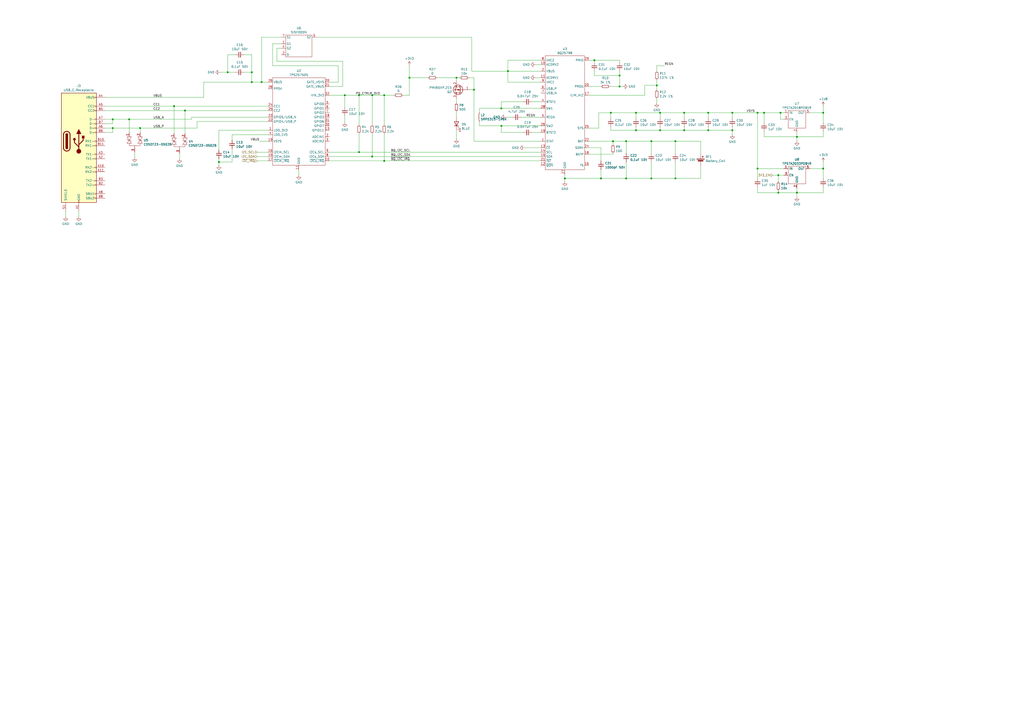
<source format=kicad_sch>
(kicad_sch (version 20230121) (generator eeschema)
  (paper "A2")
  (lib_symbols
    (symbol "Connector:USB_C_Receptacle" (pin_names (offset 1.016))
      (property "Reference" "J" (at -10.16 29.21 0))
      (property "Value" "USB_C_Receptacle" (at 10.16 29.21 0))
      (symbol "USB_C_Receptacle_0_0"
        (rectangle (start -0.254 -35.56) (end 0.254 -34.544))
        (rectangle (start 10.16 -32.766) (end 9.144 -33.274))
        (rectangle (start 10.16 -30.226) (end 9.144 -30.734))
        (rectangle (start 10.16 -25.146) (end 9.144 -25.654))
        (rectangle (start 10.16 -22.606) (end 9.144 -23.114))
        (rectangle (start 10.16 -17.526) (end 9.144 -18.034))
        (rectangle (start 10.16 -14.986) (end 9.144 -15.494))
        (rectangle (start 10.16 -9.906) (end 9.144 -10.414))
        (rectangle (start 10.16 -7.366) (end 9.144 -7.874))
        (rectangle (start 10.16 -2.286) (end 9.144 -2.794))
        (rectangle (start 10.16 0.254) (end 9.144 -0.254))
        (rectangle (start 10.16 5.334) (end 9.144 4.826))
        (rectangle (start 10.16 7.874) (end 9.144 7.366))
        (rectangle (start 10.16 10.414) (end 9.144 9.906))
        (rectangle (start 10.16 12.954) (end 9.144 12.446))
        (rectangle (start 10.16 18.034) (end 9.144 17.526))
        (rectangle (start 10.16 20.574) (end 9.144 20.066))
        (rectangle (start 10.16 25.654) (end 9.144 25.146))
      )
      (symbol "USB_C_Receptacle_0_1"
        (rectangle (start -10.16 27.94) (end 10.16 -35.56) (stroke (width 0.254)) (fill (type background)))
        (arc (start -8.89 -3.81) (mid -6.985 -5.7067) (end -5.08 -3.81) (stroke (width 0.508)))
        (arc (start -7.62 -3.81) (mid -6.985 -4.4423) (end -6.35 -3.81) (stroke (width 0.254)))
        (arc (start -7.62 -3.81) (mid -6.985 -4.4423) (end -6.35 -3.81) (stroke (width 0.254)) (fill (type outline)))
        (rectangle (start -7.62 -3.81) (end -6.35 3.81) (stroke (width 0.254)) (fill (type outline)))
        (arc (start -6.35 3.81) (mid -6.985 4.4423) (end -7.62 3.81) (stroke (width 0.254)))
        (arc (start -6.35 3.81) (mid -6.985 4.4423) (end -7.62 3.81) (stroke (width 0.254)) (fill (type outline)))
        (arc (start -5.08 3.81) (mid -6.985 5.7067) (end -8.89 3.81) (stroke (width 0.508)))
        (polyline (pts (xy -8.89 -3.81) (xy -8.89 3.81)) (stroke (width 0.508)))
        (polyline (pts (xy -5.08 3.81) (xy -5.08 -3.81)) (stroke (width 0.508)))
      )
      (symbol "USB_C_Receptacle_1_1"
        (circle (center -2.54 1.143) (radius 0.635) (stroke (width 0.254)) (fill (type outline)))
        (circle (center 0 -5.842) (radius 1.27) (fill (type outline)))
        (polyline (pts (xy 0 -5.842) (xy 0 4.318)) (stroke (width 0.508)))
        (polyline (pts (xy 0 -3.302) (xy -2.54 -0.762) (xy -2.54 0.508)) (stroke (width 0.508)))
        (polyline (pts (xy 0 -2.032) (xy 2.54 0.508) (xy 2.54 1.778)) (stroke (width 0.508)))
        (polyline (pts (xy -1.27 4.318) (xy 0 6.858) (xy 1.27 4.318) (xy -1.27 4.318)) (stroke (width 0.254)) (fill (type outline)))
        (rectangle (start 1.905 1.778) (end 3.175 3.048) (stroke (width 0.254)) (fill (type outline)))
        (pin passive line (at 0 -40.64 90) (length 5.08) (name "GND") (number "A1"))
        (pin bidirectional line (at 15.24 -15.24 180) (length 5.08) (name "RX2-") (number "A10"))
        (pin bidirectional line (at 15.24 -17.78 180) (length 5.08) (name "RX2+") (number "A11"))
        (pin passive line (at 0 -40.64 90) (length 5.08) hide (name "GND") (number "A12"))
        (pin bidirectional line (at 15.24 -10.16 180) (length 5.08) (name "TX1+") (number "A2"))
        (pin bidirectional line (at 15.24 -7.62 180) (length 5.08) (name "TX1-") (number "A3"))
        (pin passive line (at 15.24 25.4 180) (length 5.08) (name "VBUS") (number "A4"))
        (pin bidirectional line (at 15.24 20.32 180) (length 5.08) (name "CC1") (number "A5"))
        (pin bidirectional line (at 15.24 7.62 180) (length 5.08) (name "D+") (number "A6"))
        (pin bidirectional line (at 15.24 12.7 180) (length 5.08) (name "D-") (number "A7"))
        (pin bidirectional line (at 15.24 -30.48 180) (length 5.08) (name "SBU1") (number "A8"))
        (pin passive line (at 15.24 25.4 180) (length 5.08) hide (name "VBUS") (number "A9"))
        (pin passive line (at 0 -40.64 90) (length 5.08) hide (name "GND") (number "B1"))
        (pin bidirectional line (at 15.24 0 180) (length 5.08) (name "RX1-") (number "B10"))
        (pin bidirectional line (at 15.24 -2.54 180) (length 5.08) (name "RX1+") (number "B11"))
        (pin passive line (at 0 -40.64 90) (length 5.08) hide (name "GND") (number "B12"))
        (pin bidirectional line (at 15.24 -25.4 180) (length 5.08) (name "TX2+") (number "B2"))
        (pin bidirectional line (at 15.24 -22.86 180) (length 5.08) (name "TX2-") (number "B3"))
        (pin passive line (at 15.24 25.4 180) (length 5.08) hide (name "VBUS") (number "B4"))
        (pin bidirectional line (at 15.24 17.78 180) (length 5.08) (name "CC2") (number "B5"))
        (pin bidirectional line (at 15.24 5.08 180) (length 5.08) (name "D+") (number "B6"))
        (pin bidirectional line (at 15.24 10.16 180) (length 5.08) (name "D-") (number "B7"))
        (pin bidirectional line (at 15.24 -33.02 180) (length 5.08) (name "SBU2") (number "B8"))
        (pin passive line (at 15.24 25.4 180) (length 5.08) hide (name "VBUS") (number "B9"))
        (pin passive line (at -7.62 -40.64 90) (length 5.08) (name "SHIELD") (number "S1"))
      )
    )
    (symbol "Custom Parts:SISF00DN"
      (property "Reference" "U" (at -6.35 6.35 0))
      (property "Value" "SISF00DN" (at 2.54 6.35 0))
      (symbol "SISF00DN_0_1"
        (polyline (pts (xy -7.62 5.08) (xy -7.62 -7.62) (xy 7.62 -7.62) (xy 7.62 5.08) (xy -7.62 5.08)))
      )
      (symbol "SISF00DN_1_1"
        (pin input line (at -10.16 0 0) (length 2.54) (name "G1") (number "1"))
        (pin input line (at -10.16 -6.35 0) (length 2.54) (name "D") (number "2"))
        (pin input line (at -10.16 -6.35 0) (length 2.54) hide (name "D") (number "3"))
        (pin input line (at -10.16 -2.54 0) (length 2.54) (name "G2") (number "4"))
        (pin input line (at 10.16 3.81 180) (length 2.54) (name "S2") (number "5"))
        (pin input line (at 10.16 3.81 180) (length 2.54) hide (name "S2") (number "6"))
        (pin input line (at -10.16 3.81 0) (length 2.54) (name "S1") (number "7"))
        (pin input line (at -10.16 3.81 0) (length 2.54) hide (name "S1") (number "8"))
      )
    )
    (symbol "Custom:BQ25798"
      (property "Reference" "U" (at -10.16 34.29 0))
      (property "Value" "BQ25798" (at 6.35 34.29 0))
      (symbol "BQ25798_0_1"
        (polyline (pts (xy -11.43 33.02) (xy -11.43 -33.02) (xy 11.43 -33.02) (xy 11.43 33.02) (xy -11.43 33.02)))
      )
      (symbol "BQ25798_1_1"
        (pin input line (at -13.97 -16.51 0) (length 2.54) (name "STAT") (number "1"))
        (pin input line (at -13.97 27.94 0) (length 2.54) (name "ACDRV2") (number "10"))
        (pin input line (at -13.97 20.32 0) (length 2.54) (name "ACDRV1") (number "11"))
        (pin input line (at -13.97 -30.48 0) (length 2.54) (name "~{QON}") (number "12"))
        (pin input line (at -13.97 -20.32 0) (length 2.54) (name "~{CE}") (number "13"))
        (pin input line (at -13.97 -22.86 0) (length 2.54) (name "SCL") (number "14"))
        (pin input line (at -13.97 -25.4 0) (length 2.54) (name "SDA") (number "15"))
        (pin input line (at 13.97 -30.48 180) (length 2.54) (name "TS") (number "16"))
        (pin input line (at 13.97 10.16 180) (length 2.54) (name "ILIM_HIZ") (number "17"))
        (pin input line (at 13.97 -24.13 180) (length 2.54) (name "BATP") (number "18"))
        (pin input line (at -13.97 -11.43 0) (length 2.54) (name "BTST2") (number "19"))
        (pin input line (at -13.97 24.13 0) (length 2.54) (name "VBUS") (number "2"))
        (pin input line (at 13.97 15.24 180) (length 2.54) (name "PROG") (number "20"))
        (pin input line (at -13.97 -27.94 0) (length 2.54) (name "~{INT}") (number "21"))
        (pin input line (at 13.97 -16.51 180) (length 2.54) (name "BAT") (number "22"))
        (pin input line (at 13.97 -16.51 180) (length 2.54) hide (name "BAT") (number "23"))
        (pin input line (at 13.97 -20.32 180) (length 2.54) (name "SDRV") (number "24"))
        (pin input line (at 13.97 -8.89 180) (length 2.54) (name "SYS") (number "25"))
        (pin input line (at -13.97 -7.62 0) (length 2.54) (name "SW2") (number "26"))
        (pin input line (at 0 -35.56 90) (length 2.54) (name "GND") (number "27"))
        (pin input line (at -13.97 2.54 0) (length 2.54) (name "SW1") (number "28"))
        (pin input line (at 13.97 30.48 180) (length 2.54) (name "PMID") (number "29"))
        (pin input line (at -13.97 24.13 0) (length 2.54) hide (name "VBUS") (number "3"))
        (pin input line (at -13.97 6.35 0) (length 2.54) (name "BTST1") (number "4"))
        (pin input line (at -13.97 -2.54 0) (length 2.54) (name "REGN") (number "5"))
        (pin input line (at -13.97 13.97 0) (length 2.54) (name "USB_P") (number "6"))
        (pin input line (at -13.97 11.43 0) (length 2.54) (name "USB_N") (number "7"))
        (pin input line (at -13.97 30.48 0) (length 2.54) (name "VAC2") (number "8"))
        (pin input line (at -13.97 17.78 0) (length 2.54) (name "VAC1") (number "9"))
      )
    )
    (symbol "Custom:CDSOT23-0502B"
      (property "Reference" "U" (at 0 6.35 0))
      (property "Value" "CDSOT23-0502B" (at 0 -6.985 0))
      (symbol "CDSOT23-0502B_0_1"
        (polyline (pts (xy -1.27 0) (xy 0 0)) (stroke (width 0.1524)))
        (polyline (pts (xy 1.27 -1.905) (xy 5.08 -4.445)) (stroke (width 0.1524)))
        (polyline (pts (xy 1.27 4.445) (xy 5.08 1.905)) (stroke (width 0.1524)))
        (polyline (pts (xy 3.175 -3.175) (xy 3.175 -3.81) (xy 2.54 -4.445)) (stroke (width 0.1524)))
        (polyline (pts (xy 3.175 -3.175) (xy 3.175 -2.54) (xy 3.81 -1.905)) (stroke (width 0.1524)))
        (polyline (pts (xy 3.175 3.175) (xy 3.175 2.54) (xy 2.54 1.905)) (stroke (width 0.1524)))
        (polyline (pts (xy 3.175 3.175) (xy 3.175 3.81) (xy 3.81 4.445)) (stroke (width 0.1524)))
        (polyline (pts (xy 1.27 -1.905) (xy 1.27 -4.445) (xy 5.08 -1.905) (xy 5.08 -4.445)) (stroke (width 0.1524)))
        (polyline (pts (xy 1.27 3.175) (xy 0 3.175) (xy 0 -3.175) (xy 1.27 -3.175)) (stroke (width 0.1524)))
        (polyline (pts (xy 1.27 4.445) (xy 1.27 1.905) (xy 5.08 4.445) (xy 5.08 1.905)) (stroke (width 0.1524)))
      )
      (symbol "CDSOT23-0502B_1_1"
        (pin input line (at 7.62 3.175 180) (length 2.54) (name "") (number "1"))
        (pin input line (at 7.62 -3.175 180) (length 2.54) (name "") (number "2"))
        (pin input line (at -3.81 0 0) (length 2.54) (name "") (number "3"))
      )
    )
    (symbol "Custom:TPS25750S"
      (property "Reference" "U" (at -13.97 26.67 0))
      (property "Value" "TPS25750S" (at 10.16 26.67 0))
      (symbol "TPS25750S_0_1"
        (polyline (pts (xy -15.24 25.4) (xy -15.24 -25.4) (xy 15.24 -25.4) (xy 15.24 25.4) (xy -15.24 25.4)))
      )
      (symbol "TPS25750S_1_1"
        (pin input line (at -17.78 -5.08 0) (length 2.54) (name "LDO_3V3") (number "1"))
        (pin input line (at 17.78 -22.86 180) (length 2.54) (name "~{I2Cs_IRQ}") (number "10"))
        (pin input line (at 0 -27.94 90) (length 2.54) (name "GND") (number "11"))
        (pin input line (at 0 -27.94 90) (length 2.54) hide (name "GND") (number "12"))
        (pin input line (at 17.78 -5.08 180) (length 2.54) (name "GPIO11") (number "13"))
        (pin input line (at 0 -27.94 90) (length 2.54) hide (name "GND") (number "14"))
        (pin input line (at -17.78 -20.32 0) (length 2.54) (name "I2Cm_SDA") (number "15"))
        (pin input line (at -17.78 -17.78 0) (length 2.54) (name "I2Cm_SCL") (number "16"))
        (pin input line (at -17.78 -22.86 0) (length 2.54) (name "~{I2Cm_IRQ}") (number "17"))
        (pin input line (at 17.78 2.54 180) (length 2.54) (name "GPIO3") (number "18"))
        (pin input line (at -17.78 -11.43 0) (length 2.54) (name "VSYS") (number "19"))
        (pin input line (at 17.78 -8.89 180) (length 2.54) (name "ADCIN1") (number "2"))
        (pin input line (at 17.78 22.86 180) (length 2.54) (name "GATE_VSYS") (number "20"))
        (pin input line (at 17.78 20.32 180) (length 2.54) (name "GATE_VBUS") (number "21"))
        (pin input line (at -17.78 0 0) (length 2.54) (name "GPIO4/USB_P") (number "22"))
        (pin input line (at -17.78 2.54 0) (length 2.54) (name "GPIO5/USB_N") (number "23"))
        (pin input line (at -17.78 8.89 0) (length 2.54) (name "CC1") (number "24"))
        (pin input line (at -17.78 6.35 0) (length 2.54) (name "CC2") (number "25"))
        (pin input line (at -17.78 22.86 0) (length 2.54) (name "VBUS") (number "26"))
        (pin input line (at -17.78 22.86 0) (length 2.54) hide (name "VBUS") (number "27"))
        (pin input line (at -17.78 19.05 0) (length 2.54) (name "PP5V") (number "28"))
        (pin input line (at -17.78 19.05 0) (length 2.54) hide (name "PP5V") (number "29"))
        (pin input line (at 17.78 -11.43 180) (length 2.54) (name "ADCIN2") (number "3"))
        (pin input line (at 17.78 -2.54 180) (length 2.54) (name "GPIO7") (number "30"))
        (pin input line (at 17.78 0 180) (length 2.54) (name "GPIO6") (number "31"))
        (pin input line (at 17.78 15.24 180) (length 2.54) (name "VIN_3V3") (number "32"))
        (pin input line (at 0 -27.94 90) (length 2.54) hide (name "GND") (number "33"))
        (pin input line (at -17.78 -7.62 0) (length 2.54) (name "LDO_1V5") (number "4"))
        (pin input line (at 17.78 10.16 180) (length 2.54) (name "GPIO0") (number "5"))
        (pin input line (at 17.78 7.62 180) (length 2.54) (name "GPIO1") (number "6"))
        (pin input line (at 17.78 5.08 180) (length 2.54) (name "GPIO2") (number "7"))
        (pin input line (at 17.78 -20.32 180) (length 2.54) (name "I2Cs_SDA") (number "8"))
        (pin input line (at 17.78 -17.78 180) (length 2.54) (name "I2Cs_SCL") (number "9"))
      )
    )
    (symbol "Custom:TPS7A20"
      (property "Reference" "U" (at 0 8.89 0))
      (property "Value" "TPS7A20" (at 0 6.35 0))
      (symbol "TPS7A20_0_1"
        (polyline (pts (xy -5.08 5.08) (xy -5.08 -5.08) (xy 5.08 -5.08) (xy 5.08 5.08) (xy -5.08 5.08)))
      )
      (symbol "TPS7A20_1_1"
        (pin input line (at -7.62 3.81 0) (length 2.54) (name "IN") (number "1"))
        (pin input line (at 0 -7.62 90) (length 2.54) (name "GND") (number "2"))
        (pin input line (at -7.62 0 0) (length 2.54) (name "EN") (number "3"))
        (pin input line (at -1.27 1.27 0) (length 2.54) hide (name "NC") (number "4"))
        (pin input line (at 7.62 3.81 180) (length 2.54) (name "OUT") (number "5"))
      )
    )
    (symbol "Device:Battery_Cell" (pin_numbers hide) (pin_names (offset 0) hide)
      (property "Reference" "BT" (at 2.54 2.54 0))
      (property "Value" "Battery_Cell" (at 2.54 0 0))
      (symbol "Battery_Cell_0_1"
        (rectangle (start -2.286 1.778) (end 2.286 1.524) (fill (type outline)))
        (rectangle (start -1.524 1.016) (end 1.524 0.508) (fill (type outline)))
        (polyline (pts (xy 0 0.762) (xy 0 0)))
        (polyline (pts (xy 0 1.778) (xy 0 2.54)))
        (polyline (pts (xy 0.762 3.048) (xy 1.778 3.048)) (stroke (width 0.254)))
        (polyline (pts (xy 1.27 3.556) (xy 1.27 2.54)) (stroke (width 0.254)))
      )
      (symbol "Battery_Cell_1_1"
        (pin passive line (at 0 5.08 270) (length 2.54) (name "+") (number "1"))
        (pin passive line (at 0 -2.54 90) (length 2.54) (name "-") (number "2"))
      )
    )
    (symbol "Device:C_Small" (pin_numbers hide) (pin_names (offset 0.254) hide)
      (property "Reference" "C" (at 0.254 1.778 0))
      (property "Value" "C_Small" (at 0.254 -2.032 0))
      (symbol "C_Small_0_1"
        (polyline (pts (xy -1.524 -0.508) (xy 1.524 -0.508)) (stroke (width 0.3302)))
        (polyline (pts (xy -1.524 0.508) (xy 1.524 0.508)) (stroke (width 0.3048)))
      )
      (symbol "C_Small_1_1"
        (pin passive line (at 0 2.54 270) (length 2.032) (name "~") (number "1"))
        (pin passive line (at 0 -2.54 90) (length 2.032) (name "~") (number "2"))
      )
    )
    (symbol "Device:LED" (pin_numbers hide) (pin_names (offset 1.016) hide)
      (property "Reference" "D" (at 0 2.54 0))
      (property "Value" "LED" (at 0 -2.54 0))
      (symbol "LED_0_1"
        (polyline (pts (xy -1.27 -1.27) (xy -1.27 1.27)) (stroke (width 0.254)))
        (polyline (pts (xy -1.27 0) (xy 1.27 0)))
        (polyline (pts (xy 1.27 -1.27) (xy 1.27 1.27) (xy -1.27 0) (xy 1.27 -1.27)) (stroke (width 0.254)))
        (polyline (pts (xy -3.048 -0.762) (xy -4.572 -2.286) (xy -3.81 -2.286) (xy -4.572 -2.286) (xy -4.572 -1.524)))
        (polyline (pts (xy -1.778 -0.762) (xy -3.302 -2.286) (xy -2.54 -2.286) (xy -3.302 -2.286) (xy -3.302 -1.524)))
      )
      (symbol "LED_1_1"
        (pin passive line (at -3.81 0 0) (length 2.54) (name "K") (number "1"))
        (pin passive line (at 3.81 0 180) (length 2.54) (name "A") (number "2"))
      )
    )
    (symbol "Device:L_Small" (pin_numbers hide) (pin_names (offset 0.254) hide)
      (property "Reference" "L" (at 0.762 1.016 0))
      (property "Value" "L_Small" (at 0.762 -1.016 0))
      (symbol "L_Small_0_1"
        (arc (start 0 -2.032) (mid 0.5058 -1.524) (end 0 -1.016))
        (arc (start 0 -1.016) (mid 0.5058 -0.508) (end 0 0))
        (arc (start 0 0) (mid 0.5058 0.508) (end 0 1.016))
        (arc (start 0 1.016) (mid 0.5058 1.524) (end 0 2.032))
      )
      (symbol "L_Small_1_1"
        (pin passive line (at 0 2.54 270) (length 0.508) (name "~") (number "1"))
        (pin passive line (at 0 -2.54 90) (length 0.508) (name "~") (number "2"))
      )
    )
    (symbol "Device:Q_PMOS_GSD" (pin_names (offset 0) hide)
      (property "Reference" "Q" (at 5.08 1.27 0))
      (property "Value" "Q_PMOS_GSD" (at 5.08 -1.27 0))
      (symbol "Q_PMOS_GSD_0_1"
        (polyline (pts (xy 0.254 0) (xy -2.54 0)))
        (polyline (pts (xy 0.254 1.905) (xy 0.254 -1.905)) (stroke (width 0.254)))
        (polyline (pts (xy 0.762 -1.27) (xy 0.762 -2.286)) (stroke (width 0.254)))
        (polyline (pts (xy 0.762 0.508) (xy 0.762 -0.508)) (stroke (width 0.254)))
        (polyline (pts (xy 0.762 2.286) (xy 0.762 1.27)) (stroke (width 0.254)))
        (polyline (pts (xy 2.54 2.54) (xy 2.54 1.778)))
        (polyline (pts (xy 2.54 -2.54) (xy 2.54 0) (xy 0.762 0)))
        (polyline (pts (xy 0.762 1.778) (xy 3.302 1.778) (xy 3.302 -1.778) (xy 0.762 -1.778)))
        (polyline (pts (xy 2.286 0) (xy 1.27 0.381) (xy 1.27 -0.381) (xy 2.286 0)) (fill (type outline)))
        (polyline (pts (xy 2.794 -0.508) (xy 2.921 -0.381) (xy 3.683 -0.381) (xy 3.81 -0.254)))
        (polyline (pts (xy 3.302 -0.381) (xy 2.921 0.254) (xy 3.683 0.254) (xy 3.302 -0.381)))
        (circle (center 1.651 0) (radius 2.794) (stroke (width 0.254)))
        (circle (center 2.54 -1.778) (radius 0.254) (fill (type outline)))
        (circle (center 2.54 1.778) (radius 0.254) (fill (type outline)))
      )
      (symbol "Q_PMOS_GSD_1_1"
        (pin input line (at -5.08 0 0) (length 2.54) (name "G") (number "1"))
        (pin passive line (at 2.54 -5.08 90) (length 2.54) (name "S") (number "2"))
        (pin passive line (at 2.54 5.08 270) (length 2.54) (name "D") (number "3"))
      )
    )
    (symbol "Device:R_Small" (pin_numbers hide) (pin_names (offset 0.254) hide)
      (property "Reference" "R" (at 0.762 0.508 0))
      (property "Value" "R_Small" (at 0.762 -1.016 0))
      (symbol "R_Small_0_1"
        (rectangle (start -0.762 1.778) (end 0.762 -1.778) (stroke (width 0.2032)))
      )
      (symbol "R_Small_1_1"
        (pin passive line (at 0 2.54 270) (length 0.762) (name "~") (number "1"))
        (pin passive line (at 0 -2.54 90) (length 0.762) (name "~") (number "2"))
      )
    )
    (symbol "power:+1V8" (power) (pin_names (offset 0))
      (property "Value" "+1V8" (at 0 3.556 0))
      (symbol "+1V8_0_1"
        (polyline (pts (xy -0.762 1.27) (xy 0 2.54)))
        (polyline (pts (xy 0 0) (xy 0 2.54)))
        (polyline (pts (xy 0 2.54) (xy 0.762 1.27)))
      )
      (symbol "+1V8_1_1"
        (pin power_in line (at 0 0 90) (length 0) hide (name "+1V8") (number "1"))
      )
    )
    (symbol "power:+3V3" (power) (pin_names (offset 0))
      (property "Value" "+3V3" (at 0 3.556 0))
      (symbol "+3V3_0_1"
        (polyline (pts (xy -0.762 1.27) (xy 0 2.54)))
        (polyline (pts (xy 0 0) (xy 0 2.54)))
        (polyline (pts (xy 0 2.54) (xy 0.762 1.27)))
      )
      (symbol "+3V3_1_1"
        (pin power_in line (at 0 0 90) (length 0) hide (name "+3V3") (number "1"))
      )
    )
    (symbol "power:GND" (power) (pin_names (offset 0))
      (property "Value" "GND" (at 0 -3.81 0))
      (symbol "GND_0_1"
        (polyline (pts (xy 0 0) (xy 0 -1.27) (xy 1.27 -1.27) (xy 0 -2.54) (xy -1.27 -1.27) (xy 0 -1.27)))
      )
      (symbol "GND_1_1"
        (pin power_in line (at 0 0 270) (length 0) hide (name "GND") (number "1"))
      )
    )
  )
  (junction (at 477.52 65.405))
  (junction (at 368.935 65.405))
  (junction (at 410.845 75.565))
  (junction (at 396.875 65.405))
  (junction (at 462.28 111.76))
  (junction (at 382.905 65.405))
  (junction (at 81.28 74.295))
  (junction (at 215.9 90.805))
  (junction (at 208.28 88.265))
  (junction (at 146.05 41.91))
  (junction (at 348.615 103.505))
  (junction (at 344.805 34.925))
  (junction (at 477.52 97.79))
  (junction (at 327.66 103.505))
  (junction (at 359.41 50.165))
  (junction (at 215.9 55.245))
  (junction (at 355.6 81.915))
  (junction (at 274.955 52.07))
  (junction (at 451.485 101.6))
  (junction (at 146.05 47.625))
  (junction (at 410.845 65.405))
  (junction (at 424.815 65.405))
  (junction (at 391.795 103.505))
  (junction (at 439.42 65.405))
  (junction (at 200.025 55.245))
  (junction (at 127 93.98))
  (junction (at 290.83 73.025))
  (junction (at 396.875 75.565))
  (junction (at 354.33 65.405))
  (junction (at 363.22 81.915))
  (junction (at 368.935 75.565))
  (junction (at 74.93 69.215))
  (junction (at 290.83 62.865))
  (junction (at 443.23 65.405))
  (junction (at 132.08 41.91))
  (junction (at 462.28 79.375))
  (junction (at 451.485 111.76))
  (junction (at 377.825 103.505))
  (junction (at 377.825 81.915))
  (junction (at 439.42 97.79))
  (junction (at 222.885 93.345))
  (junction (at 382.905 75.565))
  (junction (at 264.795 45.085))
  (junction (at 107.315 64.135))
  (junction (at 208.28 55.245))
  (junction (at 424.815 75.565))
  (junction (at 151.765 47.625))
  (junction (at 391.795 81.915))
  (junction (at 294.64 41.275))
  (junction (at 452.755 65.405))
  (junction (at 65.405 69.215))
  (junction (at 359.41 43.815))
  (junction (at 237.49 45.085))
  (junction (at 65.405 74.295))
  (junction (at 100.965 61.595))
  (junction (at 381 49.53))
  (junction (at 363.22 103.505))
  (junction (at 222.885 55.245))
  (wire (pts (xy 134.62 81.28) (xy 134.62 78.105)))
  (wire (pts (xy 355.6 81.915) (xy 355.6 83.82)))
  (wire (pts (xy 469.9 97.79) (xy 477.52 97.79)))
  (wire (pts (xy 271.78 45.085) (xy 274.955 45.085)))
  (wire (pts (xy 65.405 71.755) (xy 65.405 69.215)))
  (wire (pts (xy 146.05 47.625) (xy 151.765 47.625)))
  (wire (pts (xy 114.3 70.485) (xy 114.3 74.295)))
  (wire (pts (xy 410.845 65.405) (xy 410.845 68.58)))
  (wire (pts (xy 118.11 47.625) (xy 118.11 56.515)))
  (wire (pts (xy 134.62 93.98) (xy 134.62 86.36)))
  (wire (pts (xy 273.685 41.275) (xy 273.685 21.59)))
  (wire (pts (xy 462.28 79.375) (xy 477.52 79.375)))
  (wire (pts (xy 81.28 74.295) (xy 81.28 76.835)))
  (wire (pts (xy 477.52 97.79) (xy 477.52 103.505)))
  (wire (pts (xy 290.83 73.025) (xy 290.83 76.835)))
  (wire (pts (xy 215.9 72.39) (xy 215.9 55.245)))
  (wire (pts (xy 469.9 65.405) (xy 477.52 65.405)))
  (wire (pts (xy 132.08 31.75) (xy 132.08 41.91)))
  (wire (pts (xy 374.015 55.245) (xy 341.63 55.245)))
  (wire (pts (xy 341.63 81.915) (xy 355.6 81.915)))
  (wire (pts (xy 348.615 103.505) (xy 363.22 103.505)))
  (wire (pts (xy 363.22 81.915) (xy 363.22 88.9)))
  (wire (pts (xy 377.825 81.915) (xy 377.825 88.9)))
  (wire (pts (xy 347.345 65.405) (xy 354.33 65.405)))
  (wire (pts (xy 462.28 76.835) (xy 462.28 79.375)))
  (wire (pts (xy 368.935 73.66) (xy 368.935 75.565)))
  (wire (pts (xy 215.9 55.245) (xy 208.28 55.245)))
  (wire (pts (xy 382.905 73.66) (xy 382.905 75.565)))
  (wire (pts (xy 160.655 35.56) (xy 198.755 35.56)))
  (wire (pts (xy 290.83 76.835) (xy 303.53 76.835)))
  (wire (pts (xy 222.885 55.245) (xy 228.6 55.245)))
  (wire (pts (xy 452.755 65.405) (xy 454.66 65.405)))
  (wire (pts (xy 74.93 69.215) (xy 74.93 76.835)))
  (wire (pts (xy 359.41 43.815) (xy 359.41 50.165)))
  (wire (pts (xy 424.815 73.66) (xy 424.815 75.565)))
  (wire (pts (xy 327.66 103.505) (xy 327.66 105.41)))
  (wire (pts (xy 222.885 72.39) (xy 222.885 55.245)))
  (wire (pts (xy 406.4 81.915) (xy 406.4 88.9)))
  (wire (pts (xy 191.135 90.805) (xy 215.9 90.805)))
  (wire (pts (xy 354.33 65.405) (xy 354.33 68.58)))
  (wire (pts (xy 363.22 93.98) (xy 363.22 103.505)))
  (wire (pts (xy 253.365 45.085) (xy 264.795 45.085)))
  (wire (pts (xy 222.885 55.245) (xy 215.9 55.245)))
  (wire (pts (xy 222.885 77.47) (xy 222.885 93.345)))
  (wire (pts (xy 355.6 89.535) (xy 355.6 88.9)))
  (wire (pts (xy 462.28 111.76) (xy 451.485 111.76)))
  (wire (pts (xy 424.815 65.405) (xy 424.815 68.58)))
  (wire (pts (xy 406.4 103.505) (xy 406.4 96.52)))
  (wire (pts (xy 132.08 41.91) (xy 136.525 41.91)))
  (wire (pts (xy 155.575 75.565) (xy 127 75.565)))
  (wire (pts (xy 310.515 45.085) (xy 313.69 45.085)))
  (wire (pts (xy 107.315 64.135) (xy 155.575 64.135)))
  (wire (pts (xy 233.68 55.245) (xy 237.49 55.245)))
  (wire (pts (xy 363.22 103.505) (xy 377.825 103.505)))
  (wire (pts (xy 81.28 74.295) (xy 114.3 74.295)))
  (wire (pts (xy 353.695 50.165) (xy 359.41 50.165)))
  (wire (pts (xy 344.805 34.925) (xy 344.805 36.195)))
  (wire (pts (xy 274.955 81.915) (xy 313.69 81.915)))
  (wire (pts (xy 452.755 69.215) (xy 454.66 69.215)))
  (wire (pts (xy 368.935 75.565) (xy 354.33 75.565)))
  (wire (pts (xy 344.805 41.275) (xy 344.805 43.815)))
  (wire (pts (xy 368.935 65.405) (xy 382.905 65.405)))
  (wire (pts (xy 149.225 93.345) (xy 155.575 93.345)))
  (wire (pts (xy 294.64 41.275) (xy 273.685 41.275)))
  (wire (pts (xy 462.28 111.76) (xy 462.28 114.3)))
  (wire (pts (xy 74.93 69.215) (xy 111.125 69.215)))
  (wire (pts (xy 163.195 27.94) (xy 160.655 27.94)))
  (wire (pts (xy 348.615 98.425) (xy 348.615 103.505)))
  (wire (pts (xy 155.575 70.485) (xy 114.3 70.485)))
  (wire (pts (xy 439.42 65.405) (xy 443.23 65.405)))
  (wire (pts (xy 439.42 97.79) (xy 454.66 97.79)))
  (wire (pts (xy 462.28 79.375) (xy 462.28 81.915)))
  (wire (pts (xy 308.61 76.835) (xy 313.69 76.835)))
  (wire (pts (xy 462.28 79.375) (xy 443.23 79.375)))
  (wire (pts (xy 149.225 88.265) (xy 155.575 88.265)))
  (wire (pts (xy 198.755 35.56) (xy 198.755 50.165)))
  (wire (pts (xy 290.83 62.865) (xy 290.83 59.055)))
  (wire (pts (xy 294.64 47.625) (xy 294.64 41.275)))
  (wire (pts (xy 424.815 65.405) (xy 439.42 65.405)))
  (wire (pts (xy 222.885 93.345) (xy 313.69 93.345)))
  (wire (pts (xy 477.52 97.79) (xy 477.52 93.98)))
  (wire (pts (xy 443.23 65.405) (xy 443.23 71.12)))
  (wire (pts (xy 344.805 34.925) (xy 359.41 34.925)))
  (wire (pts (xy 107.315 64.135) (xy 107.315 77.47)))
  (wire (pts (xy 313.69 41.275) (xy 294.64 41.275)))
  (wire (pts (xy 310.515 37.465) (xy 313.69 37.465)))
  (wire (pts (xy 355.6 81.915) (xy 363.22 81.915)))
  (wire (pts (xy 100.965 61.595) (xy 155.575 61.595)))
  (wire (pts (xy 439.42 97.79) (xy 439.42 103.505)))
  (wire (pts (xy 359.41 41.275) (xy 359.41 43.815)))
  (wire (pts (xy 424.815 75.565) (xy 410.845 75.565)))
  (wire (pts (xy 118.11 47.625) (xy 146.05 47.625)))
  (wire (pts (xy 381 49.53) (xy 381 52.07)))
  (wire (pts (xy 391.795 93.98) (xy 391.795 103.505)))
  (wire (pts (xy 127.635 41.91) (xy 132.08 41.91)))
  (wire (pts (xy 60.96 76.835) (xy 65.405 76.835)))
  (wire (pts (xy 196.215 38.1) (xy 196.215 47.625)))
  (wire (pts (xy 290.83 62.865) (xy 313.69 62.865)))
  (wire (pts (xy 163.195 21.59) (xy 151.765 21.59)))
  (wire (pts (xy 348.615 85.725) (xy 348.615 93.345)))
  (wire (pts (xy 341.63 74.295) (xy 347.345 74.295)))
  (wire (pts (xy 359.41 50.165) (xy 361.315 50.165)))
  (wire (pts (xy 396.875 65.405) (xy 410.845 65.405)))
  (wire (pts (xy 368.935 65.405) (xy 368.935 68.58)))
  (wire (pts (xy 60.96 69.215) (xy 65.405 69.215)))
  (wire (pts (xy 410.845 75.565) (xy 396.875 75.565)))
  (wire (pts (xy 111.125 67.945) (xy 111.125 69.215)))
  (wire (pts (xy 327.66 103.505) (xy 348.615 103.505)))
  (wire (pts (xy 65.405 74.295) (xy 81.28 74.295)))
  (wire (pts (xy 451.485 111.76) (xy 439.42 111.76)))
  (wire (pts (xy 149.225 90.805) (xy 155.575 90.805)))
  (wire (pts (xy 111.125 67.945) (xy 155.575 67.945)))
  (wire (pts (xy 341.63 34.925) (xy 344.805 34.925)))
  (wire (pts (xy 382.905 75.565) (xy 368.935 75.565)))
  (wire (pts (xy 264.795 64.77) (xy 264.795 67.945)))
  (wire (pts (xy 477.52 65.405) (xy 477.52 61.595)))
  (wire (pts (xy 452.755 69.215) (xy 452.755 65.405)))
  (wire (pts (xy 439.42 97.79) (xy 439.42 65.405)))
  (wire (pts (xy 381 46.355) (xy 381 49.53)))
  (wire (pts (xy 264.795 57.15) (xy 264.795 59.69)))
  (wire (pts (xy 215.9 77.47) (xy 215.9 90.805)))
  (wire (pts (xy 141.605 31.75) (xy 146.05 31.75)))
  (wire (pts (xy 151.765 21.59) (xy 151.765 47.625)))
  (wire (pts (xy 237.49 45.085) (xy 237.49 55.245)))
  (wire (pts (xy 160.655 27.94) (xy 160.655 35.56)))
  (wire (pts (xy 410.845 65.405) (xy 424.815 65.405)))
  (wire (pts (xy 191.135 93.345) (xy 222.885 93.345)))
  (wire (pts (xy 396.875 65.405) (xy 396.875 68.58)))
  (wire (pts (xy 313.69 47.625) (xy 294.64 47.625)))
  (wire (pts (xy 60.96 61.595) (xy 100.965 61.595)))
  (wire (pts (xy 264.795 45.085) (xy 266.7 45.085)))
  (wire (pts (xy 155.575 47.625) (xy 151.765 47.625)))
  (wire (pts (xy 302.26 67.945) (xy 313.69 67.945)))
  (wire (pts (xy 293.37 67.945) (xy 297.18 67.945)))
  (wire (pts (xy 272.415 52.07) (xy 274.955 52.07)))
  (wire (pts (xy 327.66 100.965) (xy 327.66 103.505)))
  (wire (pts (xy 391.795 81.915) (xy 406.4 81.915)))
  (wire (pts (xy 173.355 98.425) (xy 173.355 101.6)))
  (wire (pts (xy 60.96 74.295) (xy 65.405 74.295)))
  (wire (pts (xy 146.05 41.91) (xy 146.05 47.625)))
  (wire (pts (xy 274.955 52.07) (xy 274.955 81.915)))
  (wire (pts (xy 443.23 65.405) (xy 452.755 65.405)))
  (wire (pts (xy 274.955 45.085) (xy 274.955 52.07)))
  (wire (pts (xy 200.025 55.245) (xy 200.025 62.23)))
  (wire (pts (xy 136.525 31.75) (xy 132.08 31.75)))
  (wire (pts (xy 347.345 74.295) (xy 347.345 65.405)))
  (wire (pts (xy 451.485 101.6) (xy 454.66 101.6)))
  (wire (pts (xy 344.805 43.815) (xy 359.41 43.815)))
  (wire (pts (xy 65.405 69.215) (xy 74.93 69.215)))
  (wire (pts (xy 451.485 110.49) (xy 451.485 111.76)))
  (wire (pts (xy 377.825 81.915) (xy 391.795 81.915)))
  (wire (pts (xy 237.49 45.085) (xy 248.285 45.085)))
  (wire (pts (xy 191.135 55.245) (xy 200.025 55.245)))
  (wire (pts (xy 424.815 75.565) (xy 424.815 78.105)))
  (wire (pts (xy 278.13 73.025) (xy 290.83 73.025)))
  (wire (pts (xy 359.41 34.925) (xy 359.41 36.195)))
  (wire (pts (xy 396.875 73.66) (xy 396.875 75.565)))
  (wire (pts (xy 278.13 70.485) (xy 278.13 73.025)))
  (wire (pts (xy 158.115 38.1) (xy 196.215 38.1)))
  (wire (pts (xy 127 92.075) (xy 127 93.98)))
  (wire (pts (xy 410.845 73.66) (xy 410.845 75.565)))
  (wire (pts (xy 290.83 59.055) (xy 303.53 59.055)))
  (wire (pts (xy 462.28 111.76) (xy 477.52 111.76)))
  (wire (pts (xy 264.795 75.565) (xy 264.795 80.645)))
  (wire (pts (xy 391.795 103.505) (xy 406.4 103.505)))
  (wire (pts (xy 377.825 103.505) (xy 391.795 103.505)))
  (wire (pts (xy 78.105 88.265) (xy 78.105 91.44)))
  (wire (pts (xy 381 57.15) (xy 381 59.69)))
  (wire (pts (xy 341.63 89.535) (xy 355.6 89.535)))
  (wire (pts (xy 208.28 77.47) (xy 208.28 88.265)))
  (wire (pts (xy 45.72 122.555) (xy 45.72 125.73)))
  (wire (pts (xy 127 93.98) (xy 127 95.885)))
  (wire (pts (xy 65.405 74.295) (xy 65.405 76.835)))
  (wire (pts (xy 439.42 111.76) (xy 439.42 108.585)))
  (wire (pts (xy 100.965 61.595) (xy 100.965 77.47)))
  (wire (pts (xy 60.96 56.515) (xy 118.11 56.515)))
  (wire (pts (xy 163.195 25.4) (xy 158.115 25.4)))
  (wire (pts (xy 278.13 62.865) (xy 278.13 65.405)))
  (wire (pts (xy 200.025 55.245) (xy 208.28 55.245)))
  (wire (pts (xy 313.69 34.925) (xy 294.64 34.925)))
  (wire (pts (xy 341.63 50.165) (xy 348.615 50.165)))
  (wire (pts (xy 354.33 65.405) (xy 368.935 65.405)))
  (wire (pts (xy 382.905 65.405) (xy 382.905 68.58)))
  (wire (pts (xy 294.64 34.925) (xy 294.64 41.275)))
  (wire (pts (xy 448.31 101.6) (xy 451.485 101.6)))
  (wire (pts (xy 208.28 88.265) (xy 313.69 88.265)))
  (wire (pts (xy 451.485 101.6) (xy 451.485 105.41)))
  (wire (pts (xy 200.025 67.31) (xy 200.025 71.12)))
  (wire (pts (xy 443.23 79.375) (xy 443.23 76.2)))
  (wire (pts (xy 208.28 55.245) (xy 208.28 72.39)))
  (wire (pts (xy 381 38.1) (xy 385.445 38.1)))
  (wire (pts (xy 127 75.565) (xy 127 86.995)))
  (wire (pts (xy 382.905 65.405) (xy 396.875 65.405)))
  (wire (pts (xy 146.05 31.75) (xy 146.05 41.91)))
  (wire (pts (xy 191.135 88.265) (xy 208.28 88.265)))
  (wire (pts (xy 374.015 49.53) (xy 374.015 55.245)))
  (wire (pts (xy 134.62 78.105) (xy 155.575 78.105)))
  (wire (pts (xy 127 93.98) (xy 134.62 93.98)))
  (wire (pts (xy 391.795 81.915) (xy 391.795 88.9)))
  (wire (pts (xy 308.61 59.055) (xy 313.69 59.055)))
  (wire (pts (xy 304.165 85.725) (xy 313.69 85.725)))
  (wire (pts (xy 141.605 41.91) (xy 146.05 41.91)))
  (wire (pts (xy 150.495 81.915) (xy 155.575 81.915)))
  (wire (pts (xy 158.115 25.4) (xy 158.115 38.1)))
  (wire (pts (xy 363.22 81.915) (xy 377.825 81.915)))
  (wire (pts (xy 273.685 21.59) (xy 183.515 21.59)))
  (wire (pts (xy 60.96 71.755) (xy 65.405 71.755)))
  (wire (pts (xy 341.63 85.725) (xy 348.615 85.725)))
  (wire (pts (xy 60.96 64.135) (xy 107.315 64.135)))
  (wire (pts (xy 290.83 62.865) (xy 278.13 62.865)))
  (wire (pts (xy 377.825 93.98) (xy 377.825 103.505)))
  (wire (pts (xy 462.28 109.22) (xy 462.28 111.76)))
  (wire (pts (xy 396.875 75.565) (xy 382.905 75.565)))
  (wire (pts (xy 354.33 75.565) (xy 354.33 73.66)))
  (wire (pts (xy 264.795 45.085) (xy 264.795 46.99)))
  (wire (pts (xy 38.1 122.555) (xy 38.1 125.73)))
  (wire (pts (xy 104.14 88.9) (xy 104.14 92.075)))
  (wire (pts (xy 477.52 65.405) (xy 477.52 71.12)))
  (wire (pts (xy 381 49.53) (xy 374.015 49.53)))
  (wire (pts (xy 198.755 50.165) (xy 191.135 50.165)))
  (wire (pts (xy 477.52 111.76) (xy 477.52 108.585)))
  (wire (pts (xy 196.215 47.625) (xy 191.135 47.625)))
  (wire (pts (xy 237.49 38.1) (xy 237.49 45.085)))
  (wire (pts (xy 381 41.275) (xy 381 38.1)))
  (wire (pts (xy 215.9 90.805) (xy 313.69 90.805)))
  (wire (pts (xy 290.83 73.025) (xy 313.69 73.025)))
  (wire (pts (xy 477.52 79.375) (xy 477.52 76.2)))
  (label "~{BQ_I2C_IRQ}" (at 226.695 93.345 0))
  (label "REGN" (at 310.515 67.945 180))
  (label "USB_N" (at 88.9 69.215 0))
  (label "BQ_I2C_SDA" (at 226.695 90.805 0))
  (label "CC1" (at 88.9 61.595 0))
  (label "VBUS" (at 150.495 81.915 180))
  (label "VSYS" (at 433.07 65.405 0))
  (label "REGN" (at 385.445 38.1 0))
  (label "VBUS" (at 88.9 56.515 0))
  (label "USB_P" (at 88.9 74.295 0))
  (label "CC2" (at 88.9 64.135 0))
  (label "PD_CTRLR_3V3" (at 206.375 55.245 0))
  (label "BQ_I2C_SCL" (at 226.695 88.265 0))
  (hierarchical_label "I2C_SCL" (shape input) (at 149.225 88.265 180))
  (hierarchical_label "3V3_EN" (shape input) (at 448.31 101.6 180))
  (hierarchical_label "I2C_SDA" (shape input) (at 149.225 90.805 180))
  (hierarchical_label "~{I2C_IRQ}" (shape input) (at 149.225 93.345 180))
  (symbol (lib_id "Device:C_Small") (at 354.33 71.12 0) (unit 1)
    (property "Reference" "C25" (at 356.6541 69.9142 0) (effects (justify left)))
    (property "Value" "0.1uF 10V" (at 356.6541 72.3384 0) (effects (justify left)))
    (property "Footprint" "Capacitor_SMD:C_0805_2012Metric" (effects hide))
  )
  (symbol (lib_id "power:GND") (at 104.14 92.075 0) (unit 1)
    (property "Reference" "#PWR03" (effects hide))
    (property "Value" "GND" (at 104.14 96.2081 0))
  )
  (symbol (lib_id "power:GND") (at 310.515 37.465 270) (unit 1)
    (property "Reference" "#PWR016" (effects hide))
    (property "Value" "GND" (at 307.3401 37.465 90) (effects (justify right)))
  )
  (symbol (lib_id "Device:C_Small") (at 382.905 71.12 0) (unit 1)
    (property "Reference" "C27" (at 385.2291 69.9142 0) (effects (justify left)))
    (property "Value" "10uF 10V" (at 385.2291 72.3384 0) (effects (justify left)))
    (property "Footprint" "Capacitor_SMD:C_0805_2012Metric" (effects hide))
  )
  (symbol (lib_id "power:+3V3") (at 477.52 93.98 0) (unit 1)
    (property "Reference" "#PWR027" (effects hide))
    (property "Value" "+3V3" (at 477.52 89.8469 0))
  )
  (symbol (lib_id "Device:C_Small") (at 477.52 106.045 0) (unit 1)
    (property "Reference" "C36" (at 479.8441 104.8392 0) (effects (justify left)))
    (property "Value" "10uF 10V" (at 479.8441 107.2634 0) (effects (justify left)))
    (property "Footprint" "Capacitor_SMD:C_0805_2012Metric" (effects hide))
  )
  (symbol (lib_id "Custom:CDSOT23-0502B") (at 104.14 85.09 90) (unit 1)
    (property "Reference" "U4" (at 109.2962 81.9729 90) (effects (justify right)))
    (property "Value" "CDSOT23-0502B" (at 109.2962 84.3971 90) (effects (justify right)))
    (property "Footprint" "Custom:SOT23-3L" (effects hide))
  )
  (symbol (lib_id "Device:C_Small") (at 134.62 83.82 0) (unit 1)
    (property "Reference" "C13" (at 136.9441 82.6142 0) (effects (justify left)))
    (property "Value" "10uF 10V" (at 136.9441 85.0384 0) (effects (justify left)))
    (property "Footprint" "Capacitor_SMD:C_0805_2012Metric" (effects hide))
  )
  (symbol (lib_id "Device:R_Small") (at 208.28 74.93 0) (unit 1)
    (property "Reference" "R4" (at 209.7786 73.7179 0) (effects (justify left)))
    (property "Value" "2.2k" (at 209.7786 76.1421 0) (effects (justify left)))
    (property "Footprint" "Resistor_SMD:R_0805_2012Metric" (effects hide))
  )
  (symbol (lib_id "Device:C_Small") (at 410.845 71.12 0) (unit 1)
    (property "Reference" "C29" (at 413.1691 69.9142 0) (effects (justify left)))
    (property "Value" "10uF 10V" (at 413.1691 72.3384 0) (effects (justify left)))
    (property "Footprint" "Capacitor_SMD:C_0805_2012Metric" (effects hide))
  )
  (symbol (lib_id "Device:R_Small") (at 355.6 86.36 0) (unit 1)
    (property "Reference" "R9" (at 357.0986 85.1479 0) (effects (justify left)))
    (property "Value" "100" (at 357.0986 87.5721 0) (effects (justify left)))
    (property "Footprint" "Resistor_SMD:R_0805_2012Metric" (effects hide))
  )
  (symbol (lib_id "Device:R_Small") (at 231.14 55.245 90) (unit 1)
    (property "Reference" "R26" (at 231.14 50.3641 90))
    (property "Value" "0" (at 231.14 52.7883 90))
    (property "Footprint" "Resistor_SMD:R_0805_2012Metric" (effects hide))
  )
  (symbol (lib_id "Device:R_Small") (at 250.825 45.085 90) (unit 1)
    (property "Reference" "R27" (at 250.825 40.2041 90))
    (property "Value" "0" (at 250.825 42.6283 90))
    (property "Footprint" "Resistor_SMD:R_0805_2012Metric" (effects hide))
  )
  (symbol (lib_id "power:GND") (at 293.37 67.945 270) (unit 1)
    (property "Reference" "#PWR018" (effects hide))
    (property "Value" "GND" (at 290.1951 67.945 90) (effects (justify right)))
  )
  (symbol (lib_id "Custom:TPS7A20") (at 462.28 101.6 0) (unit 1)
    (property "Reference" "U8" (at 462.28 92.5027 0))
    (property "Value" "TPS7A2033PDBVR" (at 462.28 94.9269 0))
    (property "Footprint" "Custom Parts:SOT23-5" (effects hide))
  )
  (symbol (lib_id "Device:LED") (at 264.795 71.755 90) (unit 1)
    (property "Reference" "D5" (at 267.716 72.1304 90) (effects (justify right)))
    (property "Value" "BLUE" (at 267.716 74.5546 90) (effects (justify right)))
    (property "Footprint" "LED_SMD:LED_0805_2012Metric" (effects hide))
  )
  (symbol (lib_id "power:GND") (at 462.28 114.3 0) (unit 1)
    (property "Reference" "#PWR026" (effects hide))
    (property "Value" "GND" (at 462.28 118.4331 0))
  )
  (symbol (lib_id "Custom:CDSOT23-0502B") (at 78.105 84.455 90) (unit 1)
    (property "Reference" "U5" (at 83.2612 81.3379 90) (effects (justify right)))
    (property "Value" "CDSOT23-0502B" (at 83.2612 83.7621 90) (effects (justify right)))
    (property "Footprint" "Custom:SOT23-3L" (effects hide))
  )
  (symbol (lib_id "Custom:TPS7A20") (at 462.28 69.215 0) (unit 1)
    (property "Reference" "U7" (at 462.28 60.1177 0))
    (property "Value" "TPS7A2018PDBVR" (at 462.28 62.5419 0))
    (property "Footprint" "Custom Parts:SOT23-5" (effects hide))
  )
  (symbol (lib_id "Device:R_Small") (at 215.9 74.93 0) (unit 1)
    (property "Reference" "R5" (at 217.3986 73.7179 0) (effects (justify left)))
    (property "Value" "2.2k" (at 217.3986 76.1421 0) (effects (justify left)))
    (property "Footprint" "Resistor_SMD:R_0805_2012Metric" (effects hide))
  )
  (symbol (lib_id "power:GND") (at 127.635 41.91 270) (unit 1)
    (property "Reference" "#PWR013" (effects hide))
    (property "Value" "GND" (at 124.4601 41.91 90) (effects (justify right)))
  )
  (symbol (lib_id "power:GND") (at 462.28 81.915 0) (unit 1)
    (property "Reference" "#PWR024" (effects hide))
    (property "Value" "GND" (at 462.28 86.0481 0))
  )
  (symbol (lib_id "Device:Q_PMOS_GSD") (at 267.335 52.07 180) (unit 1)
    (property "Reference" "Q2" (at 262.128 53.2821 0) (effects (justify left)))
    (property "Value" "PMV65XP,215" (at 262.128 50.8579 0) (effects (justify left)))
    (property "Footprint" "Custom:SOT-23-3" (effects hide))
    (instances (project "epaper-hum-display" (path "" (reference "Q2") (unit 1)) (path "" (reference "Q4") (unit 1))))
  )
  (symbol (lib_id "Device:C_Small") (at 299.72 67.945 270) (unit 1)
    (property "Reference" "C20" (at 299.7136 62.2386 90))
    (property "Value" "4.7uF 25V" (at 299.7136 64.6628 90))
    (property "Footprint" "Capacitor_SMD:C_0805_2012Metric" (effects hide))
  )
  (symbol (lib_id "Device:R_Small") (at 451.485 107.95 180) (unit 1)
    (property "Reference" "R14" (at 452.9836 106.7379 0) (effects (justify right)))
    (property "Value" "10k" (at 452.9836 109.1621 0) (effects (justify right)))
    (property "Footprint" "Resistor_SMD:R_0805_2012Metric" (effects hide))
  )
  (symbol (lib_id "Device:C_Small") (at 348.615 95.885 0) (unit 1)
    (property "Reference" "C21" (at 350.9391 94.6792 0) (effects (justify left)))
    (property "Value" "1000pF 50V" (at 350.9391 97.1034 0) (effects (justify left)))
    (property "Footprint" "Capacitor_SMD:C_0805_2012Metric" (effects hide))
  )
  (symbol (lib_id "power:GND") (at 200.025 71.12 0) (unit 1)
    (property "Reference" "#PWR015" (effects hide))
    (property "Value" "GND" (at 200.025 75.2531 0))
  )
  (symbol (lib_id "Device:C_Small") (at 368.935 71.12 0) (unit 1)
    (property "Reference" "C26" (at 371.2591 69.9142 0) (effects (justify left)))
    (property "Value" "10uF 10V" (at 371.2591 72.3384 0) (effects (justify left)))
    (property "Footprint" "Capacitor_SMD:C_0805_2012Metric" (effects hide))
  )
  (symbol (lib_id "power:GND") (at 304.165 85.725 270) (unit 1)
    (property "Reference" "#PWR020" (effects hide))
    (property "Value" "GND" (at 300.9901 85.725 90) (effects (justify right)))
  )
  (symbol (lib_id "Device:R_Small") (at 264.795 62.23 0) (unit 1)
    (property "Reference" "R8" (at 266.2936 61.0179 0) (effects (justify left)))
    (property "Value" "500" (at 266.2936 63.4421 0) (effects (justify left)))
    (property "Footprint" "Resistor_SMD:R_0805_2012Metric" (effects hide))
  )
  (symbol (lib_id "Device:R_Small") (at 222.885 74.93 0) (unit 1)
    (property "Reference" "R6" (at 224.3836 73.7179 0) (effects (justify left)))
    (property "Value" "2.2k" (at 224.3836 76.1421 0) (effects (justify left)))
    (property "Footprint" "Resistor_SMD:R_0805_2012Metric" (effects hide))
  )
  (symbol (lib_id "Custom Parts:SISF00DN") (at 173.355 25.4 0) (unit 1)
    (property "Reference" "U6" (at 173.355 16.3027 0))
    (property "Value" "SISF00DN" (at 173.355 18.7269 0))
    (property "Footprint" "Custom Parts:PowerPAK 1212-8SCD Dual" (effects hide))
  )
  (symbol (lib_id "power:GND") (at 78.105 91.44 0) (unit 1)
    (property "Reference" "#PWR011" (effects hide))
    (property "Value" "GND" (at 78.105 95.5731 0))
  )
  (symbol (lib_id "Device:C_Small") (at 139.065 31.75 90) (unit 1)
    (property "Reference" "C16" (at 139.0713 26.0436 90))
    (property "Value" "10uF 50V" (at 139.0713 28.4678 90))
    (property "Footprint" "Capacitor_SMD:C_0805_2012Metric" (effects hide))
  )
  (symbol (lib_id "Device:C_Small") (at 424.815 71.12 0) (unit 1)
    (property "Reference" "C30" (at 427.1391 69.9142 0) (effects (justify left)))
    (property "Value" "10uF 10V" (at 427.1391 72.3384 0) (effects (justify left)))
    (property "Footprint" "Capacitor_SMD:C_0805_2012Metric" (effects hide))
  )
  (symbol (lib_id "Device:C_Small") (at 344.805 38.735 0) (unit 1)
    (property "Reference" "C31" (at 347.1291 37.5292 0) (effects (justify left)))
    (property "Value" "0.1uF 10V" (at 347.1291 39.9534 0) (effects (justify left)))
    (property "Footprint" "Capacitor_SMD:C_0805_2012Metric" (effects hide))
  )
  (symbol (lib_id "power:GND") (at 264.795 80.645 0) (unit 1)
    (property "Reference" "#PWR019" (effects hide))
    (property "Value" "GND" (at 264.795 84.7781 0))
  )
  (symbol (lib_id "Device:L_Small") (at 278.13 67.945 180) (unit 1)
    (property "Reference" "L2" (at 278.765 66.7329 0) (effects (justify right)))
    (property "Value" "SRP0315-1R0K" (at 278.765 69.1571 0) (effects (justify right)))
    (property "Footprint" "Custom:SRP0315" (effects hide))
  )
  (symbol (lib_id "power:GND") (at 310.515 45.085 270) (unit 1)
    (property "Reference" "#PWR017" (effects hide))
    (property "Value" "GND" (at 307.3401 45.085 90) (effects (justify right)))
  )
  (symbol (lib_id "Device:C_Small") (at 391.795 91.44 0) (unit 1)
    (property "Reference" "C24" (at 394.1191 90.2342 0) (effects (justify left)))
    (property "Value" "10uF 10V" (at 394.1191 92.6584 0) (effects (justify left)))
    (property "Footprint" "Capacitor_SMD:C_0805_2012Metric" (effects hide))
  )
  (symbol (lib_id "Device:C_Small") (at 306.07 59.055 270) (unit 1)
    (property "Reference" "C18" (at 306.0636 53.3486 90))
    (property "Value" "0.047uF 25V" (at 306.0636 55.7728 90))
    (property "Footprint" "Capacitor_SMD:C_0805_2012Metric" (effects hide))
  )
  (symbol (lib_id "Custom:BQ25798") (at 327.66 65.405 0) (unit 1)
    (property "Reference" "U3" (at 327.66 28.3677 0))
    (property "Value" "BQ25798" (at 327.66 30.7919 0))
    (property "Footprint" "Custom Parts:VFQFN-29" (effects hide))
  )
  (symbol (lib_id "Connector:USB_C_Receptacle") (at 45.72 81.915 0) (unit 1)
    (property "Reference" "J3" (at 45.72 49.8307 0))
    (property "Value" "USB_C_Receptacle" (at 45.72 52.2549 0))
    (property "Footprint" "Custom:Wurth_632723300011" (effects hide))
    (property "Datasheet" "https://www.usb.org/sites/default/files/documents/usb_type-c.zip" (effects hide))
  )
  (symbol (lib_id "power:GND") (at 173.355 101.6 0) (unit 1)
    (property "Reference" "#PWR06" (effects hide))
    (property "Value" "GND" (at 173.355 105.7331 0))
  )
  (symbol (lib_id "Device:R_Small") (at 381 54.61 180) (unit 1)
    (property "Reference" "R12" (at 382.4986 53.3979 0) (effects (justify right)))
    (property "Value" "2.2k 1%" (at 382.4986 55.8221 0) (effects (justify right)))
    (property "Footprint" "Resistor_SMD:R_0805_2012Metric" (effects hide))
  )
  (symbol (lib_id "power:GND") (at 127 95.885 0) (unit 1)
    (property "Reference" "#PWR012" (effects hide))
    (property "Value" "GND" (at 127 100.0181 0))
  )
  (symbol (lib_id "power:GND") (at 45.72 125.73 0) (unit 1)
    (property "Reference" "#PWR08" (effects hide))
    (property "Value" "GND" (at 45.72 129.8631 0))
  )
  (symbol (lib_id "power:GND") (at 361.315 50.165 90) (unit 1)
    (property "Reference" "#PWR022" (effects hide))
    (property "Value" "GND" (at 364.49 50.165 90) (effects (justify right)))
  )
  (symbol (lib_id "Device:C_Small") (at 377.825 91.44 0) (unit 1)
    (property "Reference" "C23" (at 380.1491 90.2342 0) (effects (justify left)))
    (property "Value" "10uF 10V" (at 380.1491 92.6584 0) (effects (justify left)))
    (property "Footprint" "Capacitor_SMD:C_0805_2012Metric" (effects hide))
  )
  (symbol (lib_id "Device:C_Small") (at 439.42 106.045 0) (unit 1)
    (property "Reference" "C35" (at 441.7441 104.8392 0) (effects (justify left)))
    (property "Value" "1uF 10V" (at 441.7441 107.2634 0) (effects (justify left)))
    (property "Footprint" "Capacitor_SMD:C_0805_2012Metric" (effects hide))
  )
  (symbol (lib_id "Device:R_Small") (at 351.155 50.165 90) (unit 1)
    (property "Reference" "R10" (at 351.155 45.2841 90))
    (property "Value" "3k 1%" (at 351.155 47.7083 90))
    (property "Footprint" "Resistor_SMD:R_0805_2012Metric" (effects hide))
  )
  (symbol (lib_id "power:+1V8") (at 477.52 61.595 0) (unit 1)
    (property "Reference" "#PWR025" (effects hide))
    (property "Value" "+1V8" (at 477.52 57.4619 0))
  )
  (symbol (lib_id "Device:C_Small") (at 359.41 38.735 0) (unit 1)
    (property "Reference" "C32" (at 361.7341 37.5292 0) (effects (justify left)))
    (property "Value" "10uF 10V" (at 361.7341 39.9534 0) (effects (justify left)))
    (property "Footprint" "Capacitor_SMD:C_0805_2012Metric" (effects hide))
  )
  (symbol (lib_id "Device:R_Small") (at 381 43.815 180) (unit 1)
    (property "Reference" "R11" (at 382.4986 42.6029 0) (effects (justify right)))
    (property "Value" "137k 1%" (at 382.4986 45.0271 0) (effects (justify right)))
    (property "Footprint" "Resistor_SMD:R_0805_2012Metric" (effects hide))
  )
  (symbol (lib_id "power:GND") (at 381 59.69 0) (unit 1)
    (property "Reference" "#PWR023" (effects hide))
    (property "Value" "GND" (at 381 63.8231 0))
  )
  (symbol (lib_id "Device:C_Small") (at 306.07 76.835 270) (unit 1)
    (property "Reference" "C19" (at 306.0636 71.1286 90))
    (property "Value" "0.047uF 25V" (at 306.0636 73.5528 90))
    (property "Footprint" "Capacitor_SMD:C_0805_2012Metric" (effects hide))
  )
  (symbol (lib_id "Device:C_Small") (at 139.065 41.91 90) (unit 1)
    (property "Reference" "C15" (at 139.0713 36.2036 90))
    (property "Value" "0.1uF 50V" (at 139.0713 38.6278 90))
    (property "Footprint" "Capacitor_SMD:C_0805_2012Metric" (effects hide))
  )
  (symbol (lib_id "Device:Battery_Cell") (at 406.4 93.98 0) (unit 1)
    (property "Reference" "BT1" (at 409.321 90.9264 0) (effects (justify left)))
    (property "Value" "Battery_Cell" (at 409.321 93.3506 0) (effects (justify left)))
    (property "Footprint" "Custom:KEYSTONE-1043" (effects hide))
  )
  (symbol (lib_id "power:+3V3") (at 237.49 38.1 0) (unit 1)
    (property "Reference" "#PWR014" (effects hide))
    (property "Value" "+3V3" (at 237.49 33.9669 0))
  )
  (symbol (lib_id "power:GND") (at 424.815 78.105 0) (unit 1)
    (property "Reference" "#PWR021" (effects hide))
    (property "Value" "GND" (at 424.815 82.2381 0))
  )
  (symbol (lib_id "Device:C_Small") (at 443.23 73.66 0) (unit 1)
    (property "Reference" "C33" (at 445.5541 72.4542 0) (effects (justify left)))
    (property "Value" "1uF 10V" (at 445.5541 74.8784 0) (effects (justify left)))
    (property "Footprint" "Capacitor_SMD:C_0805_2012Metric" (effects hide))
  )
  (symbol (lib_id "Device:C_Small") (at 396.875 71.12 0) (unit 1)
    (property "Reference" "C28" (at 399.1991 69.9142 0) (effects (justify left)))
    (property "Value" "10uF 10V" (at 399.1991 72.3384 0) (effects (justify left)))
    (property "Footprint" "Capacitor_SMD:C_0805_2012Metric" (effects hide))
  )
  (symbol (lib_id "Device:C_Small") (at 363.22 91.44 0) (unit 1)
    (property "Reference" "C22" (at 365.5441 90.2342 0) (effects (justify left)))
    (property "Value" "0.1uF 10V" (at 365.5441 92.6584 0) (effects (justify left)))
    (property "Footprint" "Capacitor_SMD:C_0805_2012Metric" (effects hide))
  )
  (symbol (lib_id "Device:R_Small") (at 269.24 45.085 90) (unit 1)
    (property "Reference" "R13" (at 269.24 40.2041 90))
    (property "Value" "10k" (at 269.24 42.6283 90))
    (property "Footprint" "Resistor_SMD:R_0805_2012Metric" (effects hide))
  )
  (symbol (lib_id "Device:C_Small") (at 127 89.535 0) (unit 1)
    (property "Reference" "C14" (at 129.3241 88.3292 0) (effects (justify left)))
    (property "Value" "10uF 10V" (at 129.3241 90.7534 0) (effects (justify left)))
    (property "Footprint" "Capacitor_SMD:C_0805_2012Metric" (effects hide))
  )
  (symbol (lib_id "power:GND") (at 327.66 105.41 0) (unit 1)
    (property "Reference" "#PWR010" (effects hide))
    (property "Value" "GND" (at 327.66 109.5431 0))
  )
  (symbol (lib_id "Device:C_Small") (at 477.52 73.66 0) (unit 1)
    (property "Reference" "C34" (at 479.8441 72.4542 0) (effects (justify left)))
    (property "Value" "10uF 10V" (at 479.8441 74.8784 0) (effects (justify left)))
    (property "Footprint" "Capacitor_SMD:C_0805_2012Metric" (effects hide))
  )
  (symbol (lib_id "Custom:TPS25750S") (at 173.355 70.485 0) (unit 1)
    (property "Reference" "U2" (at 173.355 41.0677 0))
    (property "Value" "TPS25750S" (at 173.355 43.4919 0))
    (property "Footprint" "Custom Parts:VFQFN-32" (effects hide))
  )
  (symbol (lib_id "power:GND") (at 38.1 125.73 0) (unit 1)
    (property "Reference" "#PWR09" (effects hide))
    (property "Value" "GND" (at 38.1 129.8631 0))
  )
  (symbol (lib_id "Device:C_Small") (at 200.025 64.77 180) (unit 1)
    (property "Reference" "C17" (at 202.3491 63.5515 0) (effects (justify right)))
    (property "Value" "10uF 10V" (at 202.3491 65.9757 0) (effects (justify right)))
    (property "Footprint" "Capacitor_SMD:C_0805_2012Metric" (effects hide))
  )
)
</source>
